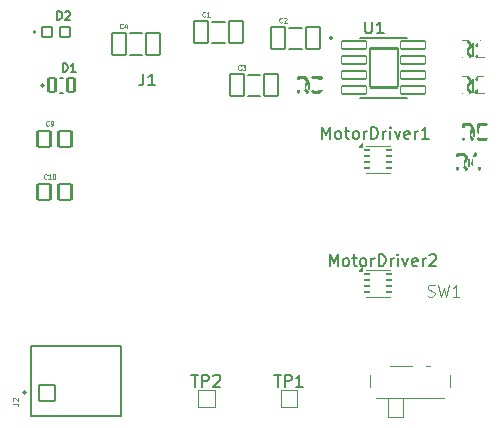
<source format=gbr>
%TF.GenerationSoftware,KiCad,Pcbnew,8.0.1*%
%TF.CreationDate,2024-03-24T23:20:46+02:00*%
%TF.ProjectId,MSHPRI017_Micro_Mouse_Subsystem,4d534850-5249-4303-9137-5f4d6963726f,rev?*%
%TF.SameCoordinates,Original*%
%TF.FileFunction,Legend,Top*%
%TF.FilePolarity,Positive*%
%FSLAX46Y46*%
G04 Gerber Fmt 4.6, Leading zero omitted, Abs format (unit mm)*
G04 Created by KiCad (PCBNEW 8.0.1) date 2024-03-24 23:20:46*
%MOMM*%
%LPD*%
G01*
G04 APERTURE LIST*
G04 Aperture macros list*
%AMRoundRect*
0 Rectangle with rounded corners*
0 $1 Rounding radius*
0 $2 $3 $4 $5 $6 $7 $8 $9 X,Y pos of 4 corners*
0 Add a 4 corners polygon primitive as box body*
4,1,4,$2,$3,$4,$5,$6,$7,$8,$9,$2,$3,0*
0 Add four circle primitives for the rounded corners*
1,1,$1+$1,$2,$3*
1,1,$1+$1,$4,$5*
1,1,$1+$1,$6,$7*
1,1,$1+$1,$8,$9*
0 Add four rect primitives between the rounded corners*
20,1,$1+$1,$2,$3,$4,$5,0*
20,1,$1+$1,$4,$5,$6,$7,0*
20,1,$1+$1,$6,$7,$8,$9,0*
20,1,$1+$1,$8,$9,$2,$3,0*%
G04 Aperture macros list end*
%ADD10C,0.098425*%
%ADD11C,0.254000*%
%ADD12C,0.150000*%
%ADD13C,0.100000*%
%ADD14C,0.120000*%
%ADD15C,0.127000*%
%ADD16C,0.200000*%
%ADD17RoundRect,0.102000X-0.550000X-0.690000X0.550000X-0.690000X0.550000X0.690000X-0.550000X0.690000X0*%
%ADD18RoundRect,0.102000X-0.600000X-0.910000X0.600000X-0.910000X0.600000X0.910000X-0.600000X0.910000X0*%
%ADD19R,0.900000X0.950000*%
%ADD20RoundRect,0.062500X-0.187500X-0.062500X0.187500X-0.062500X0.187500X0.062500X-0.187500X0.062500X0*%
%ADD21R,0.900000X1.600000*%
%ADD22R,0.900000X1.400000*%
%ADD23R,0.750000X0.850000*%
%ADD24R,1.000000X1.450000*%
%ADD25RoundRect,0.102000X0.654000X-0.654000X0.654000X0.654000X-0.654000X0.654000X-0.654000X-0.654000X0*%
%ADD26C,1.512000*%
%ADD27RoundRect,0.102000X-0.285000X-0.600000X0.285000X-0.600000X0.285000X0.600000X-0.285000X0.600000X0*%
%ADD28R,1.000000X1.000000*%
%ADD29RoundRect,0.056280X-1.030720X-0.345720X1.030720X-0.345720X1.030720X0.345720X-1.030720X0.345720X0*%
%ADD30RoundRect,0.102000X-1.206500X-1.651000X1.206500X-1.651000X1.206500X1.651000X-1.206500X1.651000X0*%
%ADD31RoundRect,0.102000X-0.400000X-0.400000X0.400000X-0.400000X0.400000X0.400000X-0.400000X0.400000X0*%
%ADD32R,1.700000X1.700000*%
%ADD33O,1.700000X1.700000*%
G04 APERTURE END LIST*
D10*
X102161383Y-59369519D02*
X102142635Y-59388267D01*
X102142635Y-59388267D02*
X102086392Y-59407014D01*
X102086392Y-59407014D02*
X102048897Y-59407014D01*
X102048897Y-59407014D02*
X101992654Y-59388267D01*
X101992654Y-59388267D02*
X101955159Y-59350771D01*
X101955159Y-59350771D02*
X101936411Y-59313276D01*
X101936411Y-59313276D02*
X101917663Y-59238285D01*
X101917663Y-59238285D02*
X101917663Y-59182042D01*
X101917663Y-59182042D02*
X101936411Y-59107052D01*
X101936411Y-59107052D02*
X101955159Y-59069556D01*
X101955159Y-59069556D02*
X101992654Y-59032061D01*
X101992654Y-59032061D02*
X102048897Y-59013313D01*
X102048897Y-59013313D02*
X102086392Y-59013313D01*
X102086392Y-59013313D02*
X102142635Y-59032061D01*
X102142635Y-59032061D02*
X102161383Y-59050809D01*
X102348860Y-59407014D02*
X102423850Y-59407014D01*
X102423850Y-59407014D02*
X102461346Y-59388267D01*
X102461346Y-59388267D02*
X102480093Y-59369519D01*
X102480093Y-59369519D02*
X102517589Y-59313276D01*
X102517589Y-59313276D02*
X102536336Y-59238285D01*
X102536336Y-59238285D02*
X102536336Y-59088304D01*
X102536336Y-59088304D02*
X102517589Y-59050809D01*
X102517589Y-59050809D02*
X102498841Y-59032061D01*
X102498841Y-59032061D02*
X102461346Y-59013313D01*
X102461346Y-59013313D02*
X102386355Y-59013313D01*
X102386355Y-59013313D02*
X102348860Y-59032061D01*
X102348860Y-59032061D02*
X102330112Y-59050809D01*
X102330112Y-59050809D02*
X102311364Y-59088304D01*
X102311364Y-59088304D02*
X102311364Y-59182042D01*
X102311364Y-59182042D02*
X102330112Y-59219538D01*
X102330112Y-59219538D02*
X102348860Y-59238285D01*
X102348860Y-59238285D02*
X102386355Y-59257033D01*
X102386355Y-59257033D02*
X102461346Y-59257033D01*
X102461346Y-59257033D02*
X102498841Y-59238285D01*
X102498841Y-59238285D02*
X102517589Y-59219538D01*
X102517589Y-59219538D02*
X102536336Y-59182042D01*
X115414383Y-50139519D02*
X115395635Y-50158267D01*
X115395635Y-50158267D02*
X115339392Y-50177014D01*
X115339392Y-50177014D02*
X115301897Y-50177014D01*
X115301897Y-50177014D02*
X115245654Y-50158267D01*
X115245654Y-50158267D02*
X115208159Y-50120771D01*
X115208159Y-50120771D02*
X115189411Y-50083276D01*
X115189411Y-50083276D02*
X115170663Y-50008285D01*
X115170663Y-50008285D02*
X115170663Y-49952042D01*
X115170663Y-49952042D02*
X115189411Y-49877052D01*
X115189411Y-49877052D02*
X115208159Y-49839556D01*
X115208159Y-49839556D02*
X115245654Y-49802061D01*
X115245654Y-49802061D02*
X115301897Y-49783313D01*
X115301897Y-49783313D02*
X115339392Y-49783313D01*
X115339392Y-49783313D02*
X115395635Y-49802061D01*
X115395635Y-49802061D02*
X115414383Y-49820809D01*
X115789336Y-50177014D02*
X115564364Y-50177014D01*
X115676850Y-50177014D02*
X115676850Y-49783313D01*
X115676850Y-49783313D02*
X115639355Y-49839556D01*
X115639355Y-49839556D02*
X115601860Y-49877052D01*
X115601860Y-49877052D02*
X115564364Y-49895799D01*
D11*
X123988333Y-56574318D02*
X123564999Y-55969556D01*
X123262618Y-56574318D02*
X123262618Y-55304318D01*
X123262618Y-55304318D02*
X123746428Y-55304318D01*
X123746428Y-55304318D02*
X123867380Y-55364794D01*
X123867380Y-55364794D02*
X123927857Y-55425270D01*
X123927857Y-55425270D02*
X123988333Y-55546222D01*
X123988333Y-55546222D02*
X123988333Y-55727651D01*
X123988333Y-55727651D02*
X123927857Y-55848603D01*
X123927857Y-55848603D02*
X123867380Y-55909080D01*
X123867380Y-55909080D02*
X123746428Y-55969556D01*
X123746428Y-55969556D02*
X123262618Y-55969556D01*
X124411666Y-55304318D02*
X125197857Y-55304318D01*
X125197857Y-55304318D02*
X124774523Y-55788127D01*
X124774523Y-55788127D02*
X124955952Y-55788127D01*
X124955952Y-55788127D02*
X125076904Y-55848603D01*
X125076904Y-55848603D02*
X125137380Y-55909080D01*
X125137380Y-55909080D02*
X125197857Y-56030032D01*
X125197857Y-56030032D02*
X125197857Y-56332413D01*
X125197857Y-56332413D02*
X125137380Y-56453365D01*
X125137380Y-56453365D02*
X125076904Y-56513842D01*
X125076904Y-56513842D02*
X124955952Y-56574318D01*
X124955952Y-56574318D02*
X124593095Y-56574318D01*
X124593095Y-56574318D02*
X124472142Y-56513842D01*
X124472142Y-56513842D02*
X124411666Y-56453365D01*
D12*
X125313809Y-60524819D02*
X125313809Y-59524819D01*
X125313809Y-59524819D02*
X125647142Y-60239104D01*
X125647142Y-60239104D02*
X125980475Y-59524819D01*
X125980475Y-59524819D02*
X125980475Y-60524819D01*
X126599523Y-60524819D02*
X126504285Y-60477200D01*
X126504285Y-60477200D02*
X126456666Y-60429580D01*
X126456666Y-60429580D02*
X126409047Y-60334342D01*
X126409047Y-60334342D02*
X126409047Y-60048628D01*
X126409047Y-60048628D02*
X126456666Y-59953390D01*
X126456666Y-59953390D02*
X126504285Y-59905771D01*
X126504285Y-59905771D02*
X126599523Y-59858152D01*
X126599523Y-59858152D02*
X126742380Y-59858152D01*
X126742380Y-59858152D02*
X126837618Y-59905771D01*
X126837618Y-59905771D02*
X126885237Y-59953390D01*
X126885237Y-59953390D02*
X126932856Y-60048628D01*
X126932856Y-60048628D02*
X126932856Y-60334342D01*
X126932856Y-60334342D02*
X126885237Y-60429580D01*
X126885237Y-60429580D02*
X126837618Y-60477200D01*
X126837618Y-60477200D02*
X126742380Y-60524819D01*
X126742380Y-60524819D02*
X126599523Y-60524819D01*
X127218571Y-59858152D02*
X127599523Y-59858152D01*
X127361428Y-59524819D02*
X127361428Y-60381961D01*
X127361428Y-60381961D02*
X127409047Y-60477200D01*
X127409047Y-60477200D02*
X127504285Y-60524819D01*
X127504285Y-60524819D02*
X127599523Y-60524819D01*
X128075714Y-60524819D02*
X127980476Y-60477200D01*
X127980476Y-60477200D02*
X127932857Y-60429580D01*
X127932857Y-60429580D02*
X127885238Y-60334342D01*
X127885238Y-60334342D02*
X127885238Y-60048628D01*
X127885238Y-60048628D02*
X127932857Y-59953390D01*
X127932857Y-59953390D02*
X127980476Y-59905771D01*
X127980476Y-59905771D02*
X128075714Y-59858152D01*
X128075714Y-59858152D02*
X128218571Y-59858152D01*
X128218571Y-59858152D02*
X128313809Y-59905771D01*
X128313809Y-59905771D02*
X128361428Y-59953390D01*
X128361428Y-59953390D02*
X128409047Y-60048628D01*
X128409047Y-60048628D02*
X128409047Y-60334342D01*
X128409047Y-60334342D02*
X128361428Y-60429580D01*
X128361428Y-60429580D02*
X128313809Y-60477200D01*
X128313809Y-60477200D02*
X128218571Y-60524819D01*
X128218571Y-60524819D02*
X128075714Y-60524819D01*
X128837619Y-60524819D02*
X128837619Y-59858152D01*
X128837619Y-60048628D02*
X128885238Y-59953390D01*
X128885238Y-59953390D02*
X128932857Y-59905771D01*
X128932857Y-59905771D02*
X129028095Y-59858152D01*
X129028095Y-59858152D02*
X129123333Y-59858152D01*
X129456667Y-60524819D02*
X129456667Y-59524819D01*
X129456667Y-59524819D02*
X129694762Y-59524819D01*
X129694762Y-59524819D02*
X129837619Y-59572438D01*
X129837619Y-59572438D02*
X129932857Y-59667676D01*
X129932857Y-59667676D02*
X129980476Y-59762914D01*
X129980476Y-59762914D02*
X130028095Y-59953390D01*
X130028095Y-59953390D02*
X130028095Y-60096247D01*
X130028095Y-60096247D02*
X129980476Y-60286723D01*
X129980476Y-60286723D02*
X129932857Y-60381961D01*
X129932857Y-60381961D02*
X129837619Y-60477200D01*
X129837619Y-60477200D02*
X129694762Y-60524819D01*
X129694762Y-60524819D02*
X129456667Y-60524819D01*
X130456667Y-60524819D02*
X130456667Y-59858152D01*
X130456667Y-60048628D02*
X130504286Y-59953390D01*
X130504286Y-59953390D02*
X130551905Y-59905771D01*
X130551905Y-59905771D02*
X130647143Y-59858152D01*
X130647143Y-59858152D02*
X130742381Y-59858152D01*
X131075715Y-60524819D02*
X131075715Y-59858152D01*
X131075715Y-59524819D02*
X131028096Y-59572438D01*
X131028096Y-59572438D02*
X131075715Y-59620057D01*
X131075715Y-59620057D02*
X131123334Y-59572438D01*
X131123334Y-59572438D02*
X131075715Y-59524819D01*
X131075715Y-59524819D02*
X131075715Y-59620057D01*
X131456667Y-59858152D02*
X131694762Y-60524819D01*
X131694762Y-60524819D02*
X131932857Y-59858152D01*
X132694762Y-60477200D02*
X132599524Y-60524819D01*
X132599524Y-60524819D02*
X132409048Y-60524819D01*
X132409048Y-60524819D02*
X132313810Y-60477200D01*
X132313810Y-60477200D02*
X132266191Y-60381961D01*
X132266191Y-60381961D02*
X132266191Y-60001009D01*
X132266191Y-60001009D02*
X132313810Y-59905771D01*
X132313810Y-59905771D02*
X132409048Y-59858152D01*
X132409048Y-59858152D02*
X132599524Y-59858152D01*
X132599524Y-59858152D02*
X132694762Y-59905771D01*
X132694762Y-59905771D02*
X132742381Y-60001009D01*
X132742381Y-60001009D02*
X132742381Y-60096247D01*
X132742381Y-60096247D02*
X132266191Y-60191485D01*
X133170953Y-60524819D02*
X133170953Y-59858152D01*
X133170953Y-60048628D02*
X133218572Y-59953390D01*
X133218572Y-59953390D02*
X133266191Y-59905771D01*
X133266191Y-59905771D02*
X133361429Y-59858152D01*
X133361429Y-59858152D02*
X133456667Y-59858152D01*
X134313810Y-60524819D02*
X133742382Y-60524819D01*
X134028096Y-60524819D02*
X134028096Y-59524819D01*
X134028096Y-59524819D02*
X133932858Y-59667676D01*
X133932858Y-59667676D02*
X133837620Y-59762914D01*
X133837620Y-59762914D02*
X133742382Y-59810533D01*
D13*
X134246667Y-73829800D02*
X134389524Y-73877419D01*
X134389524Y-73877419D02*
X134627619Y-73877419D01*
X134627619Y-73877419D02*
X134722857Y-73829800D01*
X134722857Y-73829800D02*
X134770476Y-73782180D01*
X134770476Y-73782180D02*
X134818095Y-73686942D01*
X134818095Y-73686942D02*
X134818095Y-73591704D01*
X134818095Y-73591704D02*
X134770476Y-73496466D01*
X134770476Y-73496466D02*
X134722857Y-73448847D01*
X134722857Y-73448847D02*
X134627619Y-73401228D01*
X134627619Y-73401228D02*
X134437143Y-73353609D01*
X134437143Y-73353609D02*
X134341905Y-73305990D01*
X134341905Y-73305990D02*
X134294286Y-73258371D01*
X134294286Y-73258371D02*
X134246667Y-73163133D01*
X134246667Y-73163133D02*
X134246667Y-73067895D01*
X134246667Y-73067895D02*
X134294286Y-72972657D01*
X134294286Y-72972657D02*
X134341905Y-72925038D01*
X134341905Y-72925038D02*
X134437143Y-72877419D01*
X134437143Y-72877419D02*
X134675238Y-72877419D01*
X134675238Y-72877419D02*
X134818095Y-72925038D01*
X135151429Y-72877419D02*
X135389524Y-73877419D01*
X135389524Y-73877419D02*
X135580000Y-73163133D01*
X135580000Y-73163133D02*
X135770476Y-73877419D01*
X135770476Y-73877419D02*
X136008572Y-72877419D01*
X136913333Y-73877419D02*
X136341905Y-73877419D01*
X136627619Y-73877419D02*
X136627619Y-72877419D01*
X136627619Y-72877419D02*
X136532381Y-73020276D01*
X136532381Y-73020276D02*
X136437143Y-73115514D01*
X136437143Y-73115514D02*
X136341905Y-73163133D01*
D10*
X101973907Y-63869519D02*
X101955159Y-63888267D01*
X101955159Y-63888267D02*
X101898916Y-63907014D01*
X101898916Y-63907014D02*
X101861421Y-63907014D01*
X101861421Y-63907014D02*
X101805178Y-63888267D01*
X101805178Y-63888267D02*
X101767683Y-63850771D01*
X101767683Y-63850771D02*
X101748935Y-63813276D01*
X101748935Y-63813276D02*
X101730187Y-63738285D01*
X101730187Y-63738285D02*
X101730187Y-63682042D01*
X101730187Y-63682042D02*
X101748935Y-63607052D01*
X101748935Y-63607052D02*
X101767683Y-63569556D01*
X101767683Y-63569556D02*
X101805178Y-63532061D01*
X101805178Y-63532061D02*
X101861421Y-63513313D01*
X101861421Y-63513313D02*
X101898916Y-63513313D01*
X101898916Y-63513313D02*
X101955159Y-63532061D01*
X101955159Y-63532061D02*
X101973907Y-63550809D01*
X102348860Y-63907014D02*
X102123888Y-63907014D01*
X102236374Y-63907014D02*
X102236374Y-63513313D01*
X102236374Y-63513313D02*
X102198879Y-63569556D01*
X102198879Y-63569556D02*
X102161384Y-63607052D01*
X102161384Y-63607052D02*
X102123888Y-63625799D01*
X102592580Y-63513313D02*
X102630075Y-63513313D01*
X102630075Y-63513313D02*
X102667570Y-63532061D01*
X102667570Y-63532061D02*
X102686318Y-63550809D01*
X102686318Y-63550809D02*
X102705066Y-63588304D01*
X102705066Y-63588304D02*
X102723813Y-63663295D01*
X102723813Y-63663295D02*
X102723813Y-63757033D01*
X102723813Y-63757033D02*
X102705066Y-63832024D01*
X102705066Y-63832024D02*
X102686318Y-63869519D01*
X102686318Y-63869519D02*
X102667570Y-63888267D01*
X102667570Y-63888267D02*
X102630075Y-63907014D01*
X102630075Y-63907014D02*
X102592580Y-63907014D01*
X102592580Y-63907014D02*
X102555084Y-63888267D01*
X102555084Y-63888267D02*
X102536337Y-63869519D01*
X102536337Y-63869519D02*
X102517589Y-63832024D01*
X102517589Y-63832024D02*
X102498841Y-63757033D01*
X102498841Y-63757033D02*
X102498841Y-63663295D01*
X102498841Y-63663295D02*
X102517589Y-63588304D01*
X102517589Y-63588304D02*
X102536337Y-63550809D01*
X102536337Y-63550809D02*
X102555084Y-63532061D01*
X102555084Y-63532061D02*
X102592580Y-63513313D01*
D11*
X137838333Y-53524318D02*
X137414999Y-52919556D01*
X137112618Y-53524318D02*
X137112618Y-52254318D01*
X137112618Y-52254318D02*
X137596428Y-52254318D01*
X137596428Y-52254318D02*
X137717380Y-52314794D01*
X137717380Y-52314794D02*
X137777857Y-52375270D01*
X137777857Y-52375270D02*
X137838333Y-52496222D01*
X137838333Y-52496222D02*
X137838333Y-52677651D01*
X137838333Y-52677651D02*
X137777857Y-52798603D01*
X137777857Y-52798603D02*
X137717380Y-52859080D01*
X137717380Y-52859080D02*
X137596428Y-52919556D01*
X137596428Y-52919556D02*
X137112618Y-52919556D01*
X139047857Y-53524318D02*
X138322142Y-53524318D01*
X138684999Y-53524318D02*
X138684999Y-52254318D01*
X138684999Y-52254318D02*
X138564047Y-52435746D01*
X138564047Y-52435746D02*
X138443095Y-52556699D01*
X138443095Y-52556699D02*
X138322142Y-52617175D01*
D14*
X99096017Y-82935999D02*
X99438874Y-82935999D01*
X99438874Y-82935999D02*
X99507445Y-82958856D01*
X99507445Y-82958856D02*
X99553160Y-83004570D01*
X99553160Y-83004570D02*
X99576017Y-83073142D01*
X99576017Y-83073142D02*
X99576017Y-83118856D01*
X99141731Y-82730285D02*
X99118874Y-82707428D01*
X99118874Y-82707428D02*
X99096017Y-82661714D01*
X99096017Y-82661714D02*
X99096017Y-82547428D01*
X99096017Y-82547428D02*
X99118874Y-82501714D01*
X99118874Y-82501714D02*
X99141731Y-82478856D01*
X99141731Y-82478856D02*
X99187445Y-82455999D01*
X99187445Y-82455999D02*
X99233160Y-82455999D01*
X99233160Y-82455999D02*
X99301731Y-82478856D01*
X99301731Y-82478856D02*
X99576017Y-82753142D01*
X99576017Y-82753142D02*
X99576017Y-82455999D01*
D12*
X103361940Y-54830040D02*
X103361940Y-54121379D01*
X103361940Y-54121379D02*
X103530669Y-54121379D01*
X103530669Y-54121379D02*
X103631906Y-54155125D01*
X103631906Y-54155125D02*
X103699398Y-54222617D01*
X103699398Y-54222617D02*
X103733144Y-54290108D01*
X103733144Y-54290108D02*
X103766889Y-54425091D01*
X103766889Y-54425091D02*
X103766889Y-54526328D01*
X103766889Y-54526328D02*
X103733144Y-54661311D01*
X103733144Y-54661311D02*
X103699398Y-54728803D01*
X103699398Y-54728803D02*
X103631906Y-54796295D01*
X103631906Y-54796295D02*
X103530669Y-54830040D01*
X103530669Y-54830040D02*
X103361940Y-54830040D01*
X104441805Y-54830040D02*
X104036856Y-54830040D01*
X104239330Y-54830040D02*
X104239330Y-54121379D01*
X104239330Y-54121379D02*
X104171839Y-54222617D01*
X104171839Y-54222617D02*
X104104347Y-54290108D01*
X104104347Y-54290108D02*
X104036856Y-54323854D01*
D10*
X121914383Y-50639519D02*
X121895635Y-50658267D01*
X121895635Y-50658267D02*
X121839392Y-50677014D01*
X121839392Y-50677014D02*
X121801897Y-50677014D01*
X121801897Y-50677014D02*
X121745654Y-50658267D01*
X121745654Y-50658267D02*
X121708159Y-50620771D01*
X121708159Y-50620771D02*
X121689411Y-50583276D01*
X121689411Y-50583276D02*
X121670663Y-50508285D01*
X121670663Y-50508285D02*
X121670663Y-50452042D01*
X121670663Y-50452042D02*
X121689411Y-50377052D01*
X121689411Y-50377052D02*
X121708159Y-50339556D01*
X121708159Y-50339556D02*
X121745654Y-50302061D01*
X121745654Y-50302061D02*
X121801897Y-50283313D01*
X121801897Y-50283313D02*
X121839392Y-50283313D01*
X121839392Y-50283313D02*
X121895635Y-50302061D01*
X121895635Y-50302061D02*
X121914383Y-50320809D01*
X122064364Y-50320809D02*
X122083112Y-50302061D01*
X122083112Y-50302061D02*
X122120607Y-50283313D01*
X122120607Y-50283313D02*
X122214346Y-50283313D01*
X122214346Y-50283313D02*
X122251841Y-50302061D01*
X122251841Y-50302061D02*
X122270589Y-50320809D01*
X122270589Y-50320809D02*
X122289336Y-50358304D01*
X122289336Y-50358304D02*
X122289336Y-50395799D01*
X122289336Y-50395799D02*
X122270589Y-50452042D01*
X122270589Y-50452042D02*
X122045617Y-50677014D01*
X122045617Y-50677014D02*
X122289336Y-50677014D01*
X118414383Y-54639519D02*
X118395635Y-54658267D01*
X118395635Y-54658267D02*
X118339392Y-54677014D01*
X118339392Y-54677014D02*
X118301897Y-54677014D01*
X118301897Y-54677014D02*
X118245654Y-54658267D01*
X118245654Y-54658267D02*
X118208159Y-54620771D01*
X118208159Y-54620771D02*
X118189411Y-54583276D01*
X118189411Y-54583276D02*
X118170663Y-54508285D01*
X118170663Y-54508285D02*
X118170663Y-54452042D01*
X118170663Y-54452042D02*
X118189411Y-54377052D01*
X118189411Y-54377052D02*
X118208159Y-54339556D01*
X118208159Y-54339556D02*
X118245654Y-54302061D01*
X118245654Y-54302061D02*
X118301897Y-54283313D01*
X118301897Y-54283313D02*
X118339392Y-54283313D01*
X118339392Y-54283313D02*
X118395635Y-54302061D01*
X118395635Y-54302061D02*
X118414383Y-54320809D01*
X118545617Y-54283313D02*
X118789336Y-54283313D01*
X118789336Y-54283313D02*
X118658103Y-54433295D01*
X118658103Y-54433295D02*
X118714346Y-54433295D01*
X118714346Y-54433295D02*
X118751841Y-54452042D01*
X118751841Y-54452042D02*
X118770589Y-54470790D01*
X118770589Y-54470790D02*
X118789336Y-54508285D01*
X118789336Y-54508285D02*
X118789336Y-54602024D01*
X118789336Y-54602024D02*
X118770589Y-54639519D01*
X118770589Y-54639519D02*
X118751841Y-54658267D01*
X118751841Y-54658267D02*
X118714346Y-54677014D01*
X118714346Y-54677014D02*
X118601860Y-54677014D01*
X118601860Y-54677014D02*
X118564364Y-54658267D01*
X118564364Y-54658267D02*
X118545617Y-54639519D01*
D12*
X125953809Y-71304819D02*
X125953809Y-70304819D01*
X125953809Y-70304819D02*
X126287142Y-71019104D01*
X126287142Y-71019104D02*
X126620475Y-70304819D01*
X126620475Y-70304819D02*
X126620475Y-71304819D01*
X127239523Y-71304819D02*
X127144285Y-71257200D01*
X127144285Y-71257200D02*
X127096666Y-71209580D01*
X127096666Y-71209580D02*
X127049047Y-71114342D01*
X127049047Y-71114342D02*
X127049047Y-70828628D01*
X127049047Y-70828628D02*
X127096666Y-70733390D01*
X127096666Y-70733390D02*
X127144285Y-70685771D01*
X127144285Y-70685771D02*
X127239523Y-70638152D01*
X127239523Y-70638152D02*
X127382380Y-70638152D01*
X127382380Y-70638152D02*
X127477618Y-70685771D01*
X127477618Y-70685771D02*
X127525237Y-70733390D01*
X127525237Y-70733390D02*
X127572856Y-70828628D01*
X127572856Y-70828628D02*
X127572856Y-71114342D01*
X127572856Y-71114342D02*
X127525237Y-71209580D01*
X127525237Y-71209580D02*
X127477618Y-71257200D01*
X127477618Y-71257200D02*
X127382380Y-71304819D01*
X127382380Y-71304819D02*
X127239523Y-71304819D01*
X127858571Y-70638152D02*
X128239523Y-70638152D01*
X128001428Y-70304819D02*
X128001428Y-71161961D01*
X128001428Y-71161961D02*
X128049047Y-71257200D01*
X128049047Y-71257200D02*
X128144285Y-71304819D01*
X128144285Y-71304819D02*
X128239523Y-71304819D01*
X128715714Y-71304819D02*
X128620476Y-71257200D01*
X128620476Y-71257200D02*
X128572857Y-71209580D01*
X128572857Y-71209580D02*
X128525238Y-71114342D01*
X128525238Y-71114342D02*
X128525238Y-70828628D01*
X128525238Y-70828628D02*
X128572857Y-70733390D01*
X128572857Y-70733390D02*
X128620476Y-70685771D01*
X128620476Y-70685771D02*
X128715714Y-70638152D01*
X128715714Y-70638152D02*
X128858571Y-70638152D01*
X128858571Y-70638152D02*
X128953809Y-70685771D01*
X128953809Y-70685771D02*
X129001428Y-70733390D01*
X129001428Y-70733390D02*
X129049047Y-70828628D01*
X129049047Y-70828628D02*
X129049047Y-71114342D01*
X129049047Y-71114342D02*
X129001428Y-71209580D01*
X129001428Y-71209580D02*
X128953809Y-71257200D01*
X128953809Y-71257200D02*
X128858571Y-71304819D01*
X128858571Y-71304819D02*
X128715714Y-71304819D01*
X129477619Y-71304819D02*
X129477619Y-70638152D01*
X129477619Y-70828628D02*
X129525238Y-70733390D01*
X129525238Y-70733390D02*
X129572857Y-70685771D01*
X129572857Y-70685771D02*
X129668095Y-70638152D01*
X129668095Y-70638152D02*
X129763333Y-70638152D01*
X130096667Y-71304819D02*
X130096667Y-70304819D01*
X130096667Y-70304819D02*
X130334762Y-70304819D01*
X130334762Y-70304819D02*
X130477619Y-70352438D01*
X130477619Y-70352438D02*
X130572857Y-70447676D01*
X130572857Y-70447676D02*
X130620476Y-70542914D01*
X130620476Y-70542914D02*
X130668095Y-70733390D01*
X130668095Y-70733390D02*
X130668095Y-70876247D01*
X130668095Y-70876247D02*
X130620476Y-71066723D01*
X130620476Y-71066723D02*
X130572857Y-71161961D01*
X130572857Y-71161961D02*
X130477619Y-71257200D01*
X130477619Y-71257200D02*
X130334762Y-71304819D01*
X130334762Y-71304819D02*
X130096667Y-71304819D01*
X131096667Y-71304819D02*
X131096667Y-70638152D01*
X131096667Y-70828628D02*
X131144286Y-70733390D01*
X131144286Y-70733390D02*
X131191905Y-70685771D01*
X131191905Y-70685771D02*
X131287143Y-70638152D01*
X131287143Y-70638152D02*
X131382381Y-70638152D01*
X131715715Y-71304819D02*
X131715715Y-70638152D01*
X131715715Y-70304819D02*
X131668096Y-70352438D01*
X131668096Y-70352438D02*
X131715715Y-70400057D01*
X131715715Y-70400057D02*
X131763334Y-70352438D01*
X131763334Y-70352438D02*
X131715715Y-70304819D01*
X131715715Y-70304819D02*
X131715715Y-70400057D01*
X132096667Y-70638152D02*
X132334762Y-71304819D01*
X132334762Y-71304819D02*
X132572857Y-70638152D01*
X133334762Y-71257200D02*
X133239524Y-71304819D01*
X133239524Y-71304819D02*
X133049048Y-71304819D01*
X133049048Y-71304819D02*
X132953810Y-71257200D01*
X132953810Y-71257200D02*
X132906191Y-71161961D01*
X132906191Y-71161961D02*
X132906191Y-70781009D01*
X132906191Y-70781009D02*
X132953810Y-70685771D01*
X132953810Y-70685771D02*
X133049048Y-70638152D01*
X133049048Y-70638152D02*
X133239524Y-70638152D01*
X133239524Y-70638152D02*
X133334762Y-70685771D01*
X133334762Y-70685771D02*
X133382381Y-70781009D01*
X133382381Y-70781009D02*
X133382381Y-70876247D01*
X133382381Y-70876247D02*
X132906191Y-70971485D01*
X133810953Y-71304819D02*
X133810953Y-70638152D01*
X133810953Y-70828628D02*
X133858572Y-70733390D01*
X133858572Y-70733390D02*
X133906191Y-70685771D01*
X133906191Y-70685771D02*
X134001429Y-70638152D01*
X134001429Y-70638152D02*
X134096667Y-70638152D01*
X134382382Y-70400057D02*
X134430001Y-70352438D01*
X134430001Y-70352438D02*
X134525239Y-70304819D01*
X134525239Y-70304819D02*
X134763334Y-70304819D01*
X134763334Y-70304819D02*
X134858572Y-70352438D01*
X134858572Y-70352438D02*
X134906191Y-70400057D01*
X134906191Y-70400057D02*
X134953810Y-70495295D01*
X134953810Y-70495295D02*
X134953810Y-70590533D01*
X134953810Y-70590533D02*
X134906191Y-70733390D01*
X134906191Y-70733390D02*
X134334763Y-71304819D01*
X134334763Y-71304819D02*
X134953810Y-71304819D01*
X121238095Y-80506819D02*
X121809523Y-80506819D01*
X121523809Y-81506819D02*
X121523809Y-80506819D01*
X122142857Y-81506819D02*
X122142857Y-80506819D01*
X122142857Y-80506819D02*
X122523809Y-80506819D01*
X122523809Y-80506819D02*
X122619047Y-80554438D01*
X122619047Y-80554438D02*
X122666666Y-80602057D01*
X122666666Y-80602057D02*
X122714285Y-80697295D01*
X122714285Y-80697295D02*
X122714285Y-80840152D01*
X122714285Y-80840152D02*
X122666666Y-80935390D01*
X122666666Y-80935390D02*
X122619047Y-80983009D01*
X122619047Y-80983009D02*
X122523809Y-81030628D01*
X122523809Y-81030628D02*
X122142857Y-81030628D01*
X123666666Y-81506819D02*
X123095238Y-81506819D01*
X123380952Y-81506819D02*
X123380952Y-80506819D01*
X123380952Y-80506819D02*
X123285714Y-80649676D01*
X123285714Y-80649676D02*
X123190476Y-80744914D01*
X123190476Y-80744914D02*
X123095238Y-80792533D01*
X114238095Y-80506819D02*
X114809523Y-80506819D01*
X114523809Y-81506819D02*
X114523809Y-80506819D01*
X115142857Y-81506819D02*
X115142857Y-80506819D01*
X115142857Y-80506819D02*
X115523809Y-80506819D01*
X115523809Y-80506819D02*
X115619047Y-80554438D01*
X115619047Y-80554438D02*
X115666666Y-80602057D01*
X115666666Y-80602057D02*
X115714285Y-80697295D01*
X115714285Y-80697295D02*
X115714285Y-80840152D01*
X115714285Y-80840152D02*
X115666666Y-80935390D01*
X115666666Y-80935390D02*
X115619047Y-80983009D01*
X115619047Y-80983009D02*
X115523809Y-81030628D01*
X115523809Y-81030628D02*
X115142857Y-81030628D01*
X116095238Y-80602057D02*
X116142857Y-80554438D01*
X116142857Y-80554438D02*
X116238095Y-80506819D01*
X116238095Y-80506819D02*
X116476190Y-80506819D01*
X116476190Y-80506819D02*
X116571428Y-80554438D01*
X116571428Y-80554438D02*
X116619047Y-80602057D01*
X116619047Y-80602057D02*
X116666666Y-80697295D01*
X116666666Y-80697295D02*
X116666666Y-80792533D01*
X116666666Y-80792533D02*
X116619047Y-80935390D01*
X116619047Y-80935390D02*
X116047619Y-81506819D01*
X116047619Y-81506819D02*
X116666666Y-81506819D01*
X128943095Y-50592819D02*
X128943095Y-51402342D01*
X128943095Y-51402342D02*
X128990714Y-51497580D01*
X128990714Y-51497580D02*
X129038333Y-51545200D01*
X129038333Y-51545200D02*
X129133571Y-51592819D01*
X129133571Y-51592819D02*
X129324047Y-51592819D01*
X129324047Y-51592819D02*
X129419285Y-51545200D01*
X129419285Y-51545200D02*
X129466904Y-51497580D01*
X129466904Y-51497580D02*
X129514523Y-51402342D01*
X129514523Y-51402342D02*
X129514523Y-50592819D01*
X130514523Y-51592819D02*
X129943095Y-51592819D01*
X130228809Y-51592819D02*
X130228809Y-50592819D01*
X130228809Y-50592819D02*
X130133571Y-50735676D01*
X130133571Y-50735676D02*
X130038333Y-50830914D01*
X130038333Y-50830914D02*
X129943095Y-50878533D01*
D10*
X108414383Y-51139519D02*
X108395635Y-51158267D01*
X108395635Y-51158267D02*
X108339392Y-51177014D01*
X108339392Y-51177014D02*
X108301897Y-51177014D01*
X108301897Y-51177014D02*
X108245654Y-51158267D01*
X108245654Y-51158267D02*
X108208159Y-51120771D01*
X108208159Y-51120771D02*
X108189411Y-51083276D01*
X108189411Y-51083276D02*
X108170663Y-51008285D01*
X108170663Y-51008285D02*
X108170663Y-50952042D01*
X108170663Y-50952042D02*
X108189411Y-50877052D01*
X108189411Y-50877052D02*
X108208159Y-50839556D01*
X108208159Y-50839556D02*
X108245654Y-50802061D01*
X108245654Y-50802061D02*
X108301897Y-50783313D01*
X108301897Y-50783313D02*
X108339392Y-50783313D01*
X108339392Y-50783313D02*
X108395635Y-50802061D01*
X108395635Y-50802061D02*
X108414383Y-50820809D01*
X108751841Y-50914547D02*
X108751841Y-51177014D01*
X108658103Y-50764566D02*
X108564364Y-51045781D01*
X108564364Y-51045781D02*
X108808084Y-51045781D01*
D12*
X102876940Y-50430040D02*
X102876940Y-49721379D01*
X102876940Y-49721379D02*
X103045669Y-49721379D01*
X103045669Y-49721379D02*
X103146906Y-49755125D01*
X103146906Y-49755125D02*
X103214398Y-49822617D01*
X103214398Y-49822617D02*
X103248144Y-49890108D01*
X103248144Y-49890108D02*
X103281889Y-50025091D01*
X103281889Y-50025091D02*
X103281889Y-50126328D01*
X103281889Y-50126328D02*
X103248144Y-50261311D01*
X103248144Y-50261311D02*
X103214398Y-50328803D01*
X103214398Y-50328803D02*
X103146906Y-50396295D01*
X103146906Y-50396295D02*
X103045669Y-50430040D01*
X103045669Y-50430040D02*
X102876940Y-50430040D01*
X103551856Y-49788871D02*
X103585601Y-49755125D01*
X103585601Y-49755125D02*
X103653093Y-49721379D01*
X103653093Y-49721379D02*
X103821822Y-49721379D01*
X103821822Y-49721379D02*
X103889313Y-49755125D01*
X103889313Y-49755125D02*
X103923059Y-49788871D01*
X103923059Y-49788871D02*
X103956805Y-49856362D01*
X103956805Y-49856362D02*
X103956805Y-49923854D01*
X103956805Y-49923854D02*
X103923059Y-50025091D01*
X103923059Y-50025091D02*
X103518110Y-50430040D01*
X103518110Y-50430040D02*
X103956805Y-50430040D01*
D11*
X137488333Y-63074318D02*
X137064999Y-62469556D01*
X136762618Y-63074318D02*
X136762618Y-61804318D01*
X136762618Y-61804318D02*
X137246428Y-61804318D01*
X137246428Y-61804318D02*
X137367380Y-61864794D01*
X137367380Y-61864794D02*
X137427857Y-61925270D01*
X137427857Y-61925270D02*
X137488333Y-62046222D01*
X137488333Y-62046222D02*
X137488333Y-62227651D01*
X137488333Y-62227651D02*
X137427857Y-62348603D01*
X137427857Y-62348603D02*
X137367380Y-62409080D01*
X137367380Y-62409080D02*
X137246428Y-62469556D01*
X137246428Y-62469556D02*
X136762618Y-62469556D01*
X138576904Y-62227651D02*
X138576904Y-63074318D01*
X138274523Y-61743842D02*
X137972142Y-62650984D01*
X137972142Y-62650984D02*
X138758333Y-62650984D01*
X137838333Y-56574318D02*
X137414999Y-55969556D01*
X137112618Y-56574318D02*
X137112618Y-55304318D01*
X137112618Y-55304318D02*
X137596428Y-55304318D01*
X137596428Y-55304318D02*
X137717380Y-55364794D01*
X137717380Y-55364794D02*
X137777857Y-55425270D01*
X137777857Y-55425270D02*
X137838333Y-55546222D01*
X137838333Y-55546222D02*
X137838333Y-55727651D01*
X137838333Y-55727651D02*
X137777857Y-55848603D01*
X137777857Y-55848603D02*
X137717380Y-55909080D01*
X137717380Y-55909080D02*
X137596428Y-55969556D01*
X137596428Y-55969556D02*
X137112618Y-55969556D01*
X138322142Y-55425270D02*
X138382618Y-55364794D01*
X138382618Y-55364794D02*
X138503571Y-55304318D01*
X138503571Y-55304318D02*
X138805952Y-55304318D01*
X138805952Y-55304318D02*
X138926904Y-55364794D01*
X138926904Y-55364794D02*
X138987380Y-55425270D01*
X138987380Y-55425270D02*
X139047857Y-55546222D01*
X139047857Y-55546222D02*
X139047857Y-55667175D01*
X139047857Y-55667175D02*
X138987380Y-55848603D01*
X138987380Y-55848603D02*
X138261666Y-56574318D01*
X138261666Y-56574318D02*
X139047857Y-56574318D01*
X137988333Y-60574318D02*
X137564999Y-59969556D01*
X137262618Y-60574318D02*
X137262618Y-59304318D01*
X137262618Y-59304318D02*
X137746428Y-59304318D01*
X137746428Y-59304318D02*
X137867380Y-59364794D01*
X137867380Y-59364794D02*
X137927857Y-59425270D01*
X137927857Y-59425270D02*
X137988333Y-59546222D01*
X137988333Y-59546222D02*
X137988333Y-59727651D01*
X137988333Y-59727651D02*
X137927857Y-59848603D01*
X137927857Y-59848603D02*
X137867380Y-59909080D01*
X137867380Y-59909080D02*
X137746428Y-59969556D01*
X137746428Y-59969556D02*
X137262618Y-59969556D01*
X139137380Y-59304318D02*
X138532618Y-59304318D01*
X138532618Y-59304318D02*
X138472142Y-59909080D01*
X138472142Y-59909080D02*
X138532618Y-59848603D01*
X138532618Y-59848603D02*
X138653571Y-59788127D01*
X138653571Y-59788127D02*
X138955952Y-59788127D01*
X138955952Y-59788127D02*
X139076904Y-59848603D01*
X139076904Y-59848603D02*
X139137380Y-59909080D01*
X139137380Y-59909080D02*
X139197857Y-60030032D01*
X139197857Y-60030032D02*
X139197857Y-60332413D01*
X139197857Y-60332413D02*
X139137380Y-60453365D01*
X139137380Y-60453365D02*
X139076904Y-60513842D01*
X139076904Y-60513842D02*
X138955952Y-60574318D01*
X138955952Y-60574318D02*
X138653571Y-60574318D01*
X138653571Y-60574318D02*
X138532618Y-60513842D01*
X138532618Y-60513842D02*
X138472142Y-60453365D01*
D12*
X110166666Y-54994819D02*
X110166666Y-55709104D01*
X110166666Y-55709104D02*
X110119047Y-55851961D01*
X110119047Y-55851961D02*
X110023809Y-55947200D01*
X110023809Y-55947200D02*
X109880952Y-55994819D01*
X109880952Y-55994819D02*
X109785714Y-55994819D01*
X111166666Y-55994819D02*
X110595238Y-55994819D01*
X110880952Y-55994819D02*
X110880952Y-54994819D01*
X110880952Y-54994819D02*
X110785714Y-55137676D01*
X110785714Y-55137676D02*
X110690476Y-55232914D01*
X110690476Y-55232914D02*
X110595238Y-55280533D01*
D15*
%TO.C,C1*%
X116000000Y-50600000D02*
X117080000Y-50600000D01*
X116000000Y-52400000D02*
X117080000Y-52400000D01*
D16*
%TO.C,R3*%
X124200000Y-55700000D02*
X124200000Y-56300000D01*
D14*
%TO.C,MotorDriver1*%
X129040000Y-61110000D02*
X131040000Y-61110000D01*
X129050000Y-63390000D02*
X131050000Y-63390000D01*
X128680000Y-61180000D02*
X128400000Y-61180000D01*
X128680000Y-60900000D01*
X128680000Y-61180000D01*
G36*
X128680000Y-61180000D02*
G01*
X128400000Y-61180000D01*
X128680000Y-60900000D01*
X128680000Y-61180000D01*
G37*
D13*
%TO.C,SW1*%
X129357000Y-81540000D02*
X129357000Y-80524000D01*
X130850000Y-84092500D02*
X130850000Y-82492500D01*
X130850000Y-84092500D02*
X132150000Y-84092500D01*
X131008000Y-79762000D02*
X132913000Y-79762000D01*
X132150000Y-84092500D02*
X132150000Y-82429000D01*
X134056000Y-79762000D02*
X134437000Y-79762000D01*
X135580000Y-82429000D02*
X129865000Y-82429000D01*
X136088000Y-80524000D02*
X136088000Y-81540000D01*
D16*
%TO.C,R1*%
X138050000Y-52412000D02*
X138050000Y-53488000D01*
D15*
%TO.C,J2*%
X100650000Y-78050000D02*
X108250000Y-78050000D01*
X100650000Y-83950000D02*
X100650000Y-78050000D01*
X108250000Y-78050000D02*
X108250000Y-83950000D01*
X108250000Y-83950000D02*
X100650000Y-83950000D01*
D16*
X100200000Y-82000000D02*
G75*
G02*
X100000000Y-82000000I-100000J0D01*
G01*
X100000000Y-82000000D02*
G75*
G02*
X100200000Y-82000000I100000J0D01*
G01*
D15*
%TO.C,D1*%
X103105000Y-55375000D02*
X103365000Y-55375000D01*
X103105000Y-56625000D02*
X103365000Y-56625000D01*
D16*
X101735000Y-56000000D02*
G75*
G02*
X101535000Y-56000000I-100000J0D01*
G01*
X101535000Y-56000000D02*
G75*
G02*
X101735000Y-56000000I100000J0D01*
G01*
D15*
%TO.C,C2*%
X122500000Y-51100000D02*
X123580000Y-51100000D01*
X122500000Y-52900000D02*
X123580000Y-52900000D01*
%TO.C,C3*%
X119000000Y-55100000D02*
X120080000Y-55100000D01*
X119000000Y-56900000D02*
X120080000Y-56900000D01*
D14*
%TO.C,MotorDriver2*%
X129040000Y-71610000D02*
X131040000Y-71610000D01*
X129050000Y-73890000D02*
X131050000Y-73890000D01*
X128680000Y-71680000D02*
X128400000Y-71680000D01*
X128680000Y-71400000D01*
X128680000Y-71680000D01*
G36*
X128680000Y-71680000D02*
G01*
X128400000Y-71680000D01*
X128680000Y-71400000D01*
X128680000Y-71680000D01*
G37*
%TO.C,TP1*%
X121800000Y-81800000D02*
X123200000Y-81800000D01*
X121800000Y-83200000D02*
X121800000Y-81800000D01*
X123200000Y-81800000D02*
X123200000Y-83200000D01*
X123200000Y-83200000D02*
X121800000Y-83200000D01*
%TO.C,TP2*%
X114800000Y-81800000D02*
X116200000Y-81800000D01*
X114800000Y-83200000D02*
X114800000Y-81800000D01*
X116200000Y-81800000D02*
X116200000Y-83200000D01*
X116200000Y-83200000D02*
X114800000Y-83200000D01*
D15*
%TO.C,U1*%
X128500000Y-51950000D02*
X132500000Y-51950000D01*
X128500000Y-57050000D02*
X132500000Y-57050000D01*
D16*
X126155000Y-51995000D02*
G75*
G02*
X125955000Y-51995000I-100000J0D01*
G01*
X125955000Y-51995000D02*
G75*
G02*
X126155000Y-51995000I100000J0D01*
G01*
D15*
%TO.C,C4*%
X109000000Y-51600000D02*
X110080000Y-51600000D01*
X109000000Y-53400000D02*
X110080000Y-53400000D01*
D16*
%TO.C,D2*%
X101050000Y-51500000D02*
G75*
G02*
X100850000Y-51500000I-100000J0D01*
G01*
X100850000Y-51500000D02*
G75*
G02*
X101050000Y-51500000I100000J0D01*
G01*
%TO.C,R4*%
X137700000Y-62200000D02*
X137700000Y-62800000D01*
%TO.C,R2*%
X138050000Y-55462000D02*
X138050000Y-56538000D01*
%TO.C,R5*%
X138200000Y-59700000D02*
X138200000Y-60300000D01*
%TD*%
%LPC*%
D17*
%TO.C,C9*%
X101774000Y-60500000D03*
X103500000Y-60500000D03*
%TD*%
D18*
%TO.C,C1*%
X115080000Y-51500000D03*
X118000000Y-51500000D03*
%TD*%
D19*
%TO.C,R3*%
X123400000Y-56000000D03*
X125000000Y-56000000D03*
%TD*%
D20*
%TO.C,MotorDriver1*%
X129100000Y-61500000D03*
X129100000Y-62000000D03*
X129100000Y-62500000D03*
X129100000Y-63000000D03*
X131000000Y-63000000D03*
X131000000Y-62500000D03*
X131000000Y-62000000D03*
X131000000Y-61500000D03*
D21*
X130050000Y-62250000D03*
%TD*%
D22*
%TO.C,SW1*%
X130500000Y-79000000D03*
X133500000Y-79000000D03*
X135000000Y-79000000D03*
D23*
X129375000Y-79967000D03*
X129375000Y-82117000D03*
X136125000Y-79967000D03*
X136125000Y-82092000D03*
%TD*%
D17*
%TO.C,C10*%
X101774000Y-65000000D03*
X103500000Y-65000000D03*
%TD*%
D24*
%TO.C,R1*%
X137100000Y-52950000D03*
X139000000Y-52950000D03*
%TD*%
D25*
%TO.C,J2*%
X102000000Y-82000000D03*
D26*
X102000000Y-80000000D03*
%TD*%
D27*
%TO.C,D1*%
X104000000Y-56000000D03*
X102470000Y-56000000D03*
%TD*%
D18*
%TO.C,C2*%
X121580000Y-52000000D03*
X124500000Y-52000000D03*
%TD*%
%TO.C,C3*%
X118080000Y-56000000D03*
X121000000Y-56000000D03*
%TD*%
D20*
%TO.C,MotorDriver2*%
X129100000Y-72000000D03*
X129100000Y-72500000D03*
X129100000Y-73000000D03*
X129100000Y-73500000D03*
X131000000Y-73500000D03*
X131000000Y-73000000D03*
X131000000Y-72500000D03*
X131000000Y-72000000D03*
D21*
X130050000Y-72750000D03*
%TD*%
D28*
%TO.C,TP1*%
X122500000Y-82500000D03*
%TD*%
%TO.C,TP2*%
X115500000Y-82500000D03*
%TD*%
D29*
%TO.C,U1*%
X128025000Y-52595000D03*
X128025000Y-53865000D03*
X128025000Y-55135000D03*
X128025000Y-56405000D03*
X132975000Y-56405000D03*
X132975000Y-55135000D03*
X132975000Y-53865000D03*
X132975000Y-52595000D03*
D30*
X130500000Y-54500000D03*
%TD*%
D18*
%TO.C,C4*%
X108080000Y-52500000D03*
X111000000Y-52500000D03*
%TD*%
D31*
%TO.C,D2*%
X103500000Y-51500000D03*
X102000000Y-51500000D03*
%TD*%
D19*
%TO.C,R4*%
X136900000Y-62500000D03*
X138500000Y-62500000D03*
%TD*%
D24*
%TO.C,R2*%
X137100000Y-56000000D03*
X139000000Y-56000000D03*
%TD*%
D19*
%TO.C,R5*%
X137400000Y-60000000D03*
X139000000Y-60000000D03*
%TD*%
D32*
%TO.C,J1*%
X113500000Y-59500000D03*
D33*
X110960000Y-59500000D03*
X113500000Y-62040000D03*
X110960000Y-62040000D03*
X113500000Y-64580000D03*
X110960000Y-64580000D03*
X113500000Y-67120000D03*
X110960000Y-67120000D03*
X113500000Y-69660000D03*
X110960000Y-69660000D03*
X113500000Y-72200000D03*
X110960000Y-72200000D03*
X113500000Y-74740000D03*
X110960000Y-74740000D03*
X113500000Y-77280000D03*
X110960000Y-77280000D03*
%TD*%
%LPD*%
M02*

</source>
